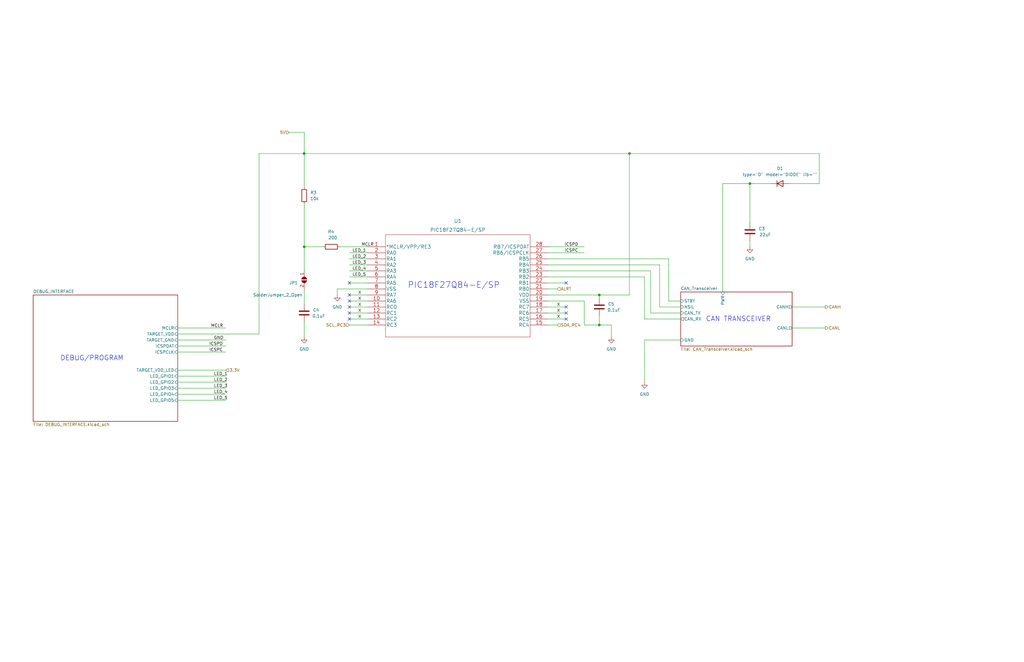
<source format=kicad_sch>
(kicad_sch (version 20211123) (generator eeschema)
  (paper "B")
  (title_block (title "ColodaroCUBE Payloads") (date "2022-01-26"))
  (lib_symbols
    (symbol "2022-01-25_01-41-04:PIC18F27Q84-E{slash}SP" (pin_names (offset 0.254))
      (property "Reference" "U" (at 38.1 10.16 0))
      (property "Value" "PIC18F27Q84-E{slash}SP" (at 38.1 7.62 0))
      (symbol "PIC18F27Q84-E{slash}SP_1_1"
        (polyline (pts (xy 7.62 -38.1) (xy 68.58 -38.1)) (stroke (width 0.127)))
        (polyline (pts (xy 7.62 5.08) (xy 7.62 -38.1)) (stroke (width 0.127)))
        (polyline (pts (xy 68.58 -38.1) (xy 68.58 5.08)) (stroke (width 0.127)))
        (polyline (pts (xy 68.58 5.08) (xy 7.62 5.08)) (stroke (width 0.127)))
        (pin bidirectional line (at 0 0 0) (length 7.62) (name "*MCLR/VPP/RE3") (number "1"))
        (pin bidirectional line (at 0 -22.86 0) (length 7.62) (name "RA6") (number "10"))
        (pin bidirectional line (at 0 -25.4 0) (length 7.62) (name "RC0") (number "11"))
        (pin bidirectional line (at 0 -27.94 0) (length 7.62) (name "RC1") (number "12"))
        (pin bidirectional line (at 0 -30.48 0) (length 7.62) (name "RC2") (number "13"))
        (pin bidirectional line (at 0 -33.02 0) (length 7.62) (name "RC3") (number "14"))
        (pin bidirectional line (at 76.2 -33.02 180) (length 7.62) (name "RC4") (number "15"))
        (pin bidirectional line (at 76.2 -30.48 180) (length 7.62) (name "RC5") (number "16"))
        (pin bidirectional line (at 76.2 -27.94 180) (length 7.62) (name "RC6") (number "17"))
        (pin bidirectional line (at 76.2 -25.4 180) (length 7.62) (name "RC7") (number "18"))
        (pin power_in line (at 76.2 -22.86 180) (length 7.62) (name "VSS") (number "19"))
        (pin bidirectional line (at 0 -2.54 0) (length 7.62) (name "RA0") (number "2"))
        (pin power_in line (at 76.2 -20.32 180) (length 7.62) (name "VDD") (number "20"))
        (pin bidirectional line (at 76.2 -17.78 180) (length 7.62) (name "RB0") (number "21"))
        (pin bidirectional line (at 76.2 -15.24 180) (length 7.62) (name "RB1") (number "22"))
        (pin bidirectional line (at 76.2 -12.7 180) (length 7.62) (name "RB2") (number "23"))
        (pin bidirectional line (at 76.2 -10.16 180) (length 7.62) (name "RB3") (number "24"))
        (pin bidirectional line (at 76.2 -7.62 180) (length 7.62) (name "RB4") (number "25"))
        (pin bidirectional line (at 76.2 -5.08 180) (length 7.62) (name "RB5") (number "26"))
        (pin bidirectional line (at 76.2 -2.54 180) (length 7.62) (name "RB6/ICSPCLK") (number "27"))
        (pin bidirectional line (at 76.2 0 180) (length 7.62) (name "RB7/ICSPDAT") (number "28"))
        (pin bidirectional line (at 0 -5.08 0) (length 7.62) (name "RA1") (number "3"))
        (pin bidirectional line (at 0 -7.62 0) (length 7.62) (name "RA2") (number "4"))
        (pin bidirectional line (at 0 -10.16 0) (length 7.62) (name "RA3") (number "5"))
        (pin bidirectional line (at 0 -12.7 0) (length 7.62) (name "RA4") (number "6"))
        (pin bidirectional line (at 0 -15.24 0) (length 7.62) (name "RA5") (number "7"))
        (pin power_in line (at 0 -17.78 0) (length 7.62) (name "VSS") (number "8"))
        (pin bidirectional line (at 0 -20.32 0) (length 7.62) (name "RA7") (number "9"))
      )
    )
    (symbol "Device:C" (pin_numbers hide) (pin_names (offset 0.254))
      (property "Reference" "C" (at 0.635 2.54 0))
      (property "Value" "C" (at 0.635 -2.54 0))
      (symbol "C_0_1"
        (polyline (pts (xy -2.032 -0.762) (xy 2.032 -0.762)) (stroke (width 0.508)))
        (polyline (pts (xy -2.032 0.762) (xy 2.032 0.762)) (stroke (width 0.508)))
      )
      (symbol "C_1_1"
        (pin passive line (at 0 3.81 270) (length 2.794) (name "~") (number "1"))
        (pin passive line (at 0 -3.81 90) (length 2.794) (name "~") (number "2"))
      )
    )
    (symbol "Device:R" (pin_numbers hide) (pin_names (offset 0))
      (property "Reference" "R" (at 2.032 0 90))
      (property "Value" "R" (at 0 0 90))
      (symbol "R_0_1"
        (rectangle (start -1.016 -2.54) (end 1.016 2.54) (stroke (width 0.254)))
      )
      (symbol "R_1_1"
        (pin passive line (at 0 3.81 270) (length 1.27) (name "~") (number "1"))
        (pin passive line (at 0 -3.81 90) (length 1.27) (name "~") (number "2"))
      )
    )
    (symbol "Jumper:SolderJumper_2_Open" (pin_names (offset 0) hide)
      (property "Reference" "JP" (at 0 2.032 0))
      (property "Value" "SolderJumper_2_Open" (at 0 -2.54 0))
      (symbol "SolderJumper_2_Open_0_1"
        (arc (start -0.254 1.016) (mid -1.27 0) (end -0.254 -1.016))
        (arc (start -0.254 1.016) (mid -1.27 0) (end -0.254 -1.016) (fill (type outline)))
        (polyline (pts (xy -0.254 1.016) (xy -0.254 -1.016)))
        (polyline (pts (xy 0.254 1.016) (xy 0.254 -1.016)))
        (arc (start 0.254 -1.016) (mid 1.27 0) (end 0.254 1.016))
        (arc (start 0.254 -1.016) (mid 1.27 0) (end 0.254 1.016) (fill (type outline)))
      )
      (symbol "SolderJumper_2_Open_1_1"
        (pin passive line (at -3.81 0 0) (length 2.54) (name "A") (number "1"))
        (pin passive line (at 3.81 0 180) (length 2.54) (name "B") (number "2"))
      )
    )
    (symbol "Simulation_SPICE:DIODE" (pin_numbers hide) (pin_names (offset 1.016) hide)
      (property "Reference" "D" (at 0 2.54 0))
      (property "Value" "DIODE" (at 0 -2.54 0))
      (symbol "DIODE_0_1"
        (polyline (pts (xy 1.27 0) (xy -1.27 0)))
        (polyline (pts (xy 1.27 1.27) (xy 1.27 -1.27)) (stroke (width 0.254)))
        (polyline (pts (xy -1.27 -1.27) (xy -1.27 1.27) (xy 1.27 0) (xy -1.27 -1.27)) (stroke (width 0.254)))
      )
      (symbol "DIODE_1_1"
        (pin passive line (at -3.81 0 0) (length 2.54) (name "A") (number "1"))
        (pin passive line (at 3.81 0 180) (length 2.54) (name "K") (number "2"))
      )
    )
    (symbol "power:GND" (power) (pin_names (offset 0))
      (property "Value" "GND" (at 0 -3.81 0))
      (symbol "GND_0_1"
        (polyline (pts (xy 0 0) (xy 0 -1.27) (xy 1.27 -1.27) (xy 0 -2.54) (xy -1.27 -1.27) (xy 0 -1.27)))
      )
      (symbol "GND_1_1"
        (pin power_in line (at 0 0 270) (length 0) hide (name "GND") (number "1"))
      )
    )
  )
  (junction (at 316.23 77.47))
  (junction (at 265.43 64.77))
  (junction (at 128.27 104.14))
  (junction (at 252.73 137.16))
  (junction (at 252.73 124.46))
  (junction (at 128.27 64.77))
  (no_connect (at 147.32 132.08))
  (no_connect (at 147.32 134.62))
  (no_connect (at 238.76 129.54))
  (no_connect (at 238.76 132.08))
  (no_connect (at 238.76 134.62))
  (no_connect (at 238.76 119.38))
  (no_connect (at 147.32 119.38))
  (no_connect (at 147.32 124.46))
  (no_connect (at 147.32 127))
  (no_connect (at 147.32 129.54))
  (wire (pts (xy 128.27 135.89) (xy 128.27 142.24)))
  (wire (pts (xy 278.13 111.76) (xy 278.13 129.54)))
  (wire (pts (xy 74.93 148.59) (xy 95.25 148.59)))
  (wire (pts (xy 147.32 132.08) (xy 154.94 132.08)))
  (wire (pts (xy 147.32 127) (xy 154.94 127)))
  (wire (pts (xy 74.93 156.21) (xy 95.25 156.21)))
  (wire (pts (xy 121.92 55.88) (xy 128.27 55.88)))
  (wire (pts (xy 143.51 104.14) (xy 154.94 104.14)))
  (wire (pts (xy 231.14 104.14) (xy 246.38 104.14)))
  (wire (pts (xy 271.78 134.62) (xy 271.78 116.84)))
  (wire (pts (xy 74.93 146.05) (xy 95.25 146.05)))
  (wire (pts (xy 147.32 116.84) (xy 154.94 116.84)))
  (wire (pts (xy 265.43 64.77) (xy 128.27 64.77)))
  (wire (pts (xy 128.27 55.88) (xy 128.27 64.77)))
  (wire (pts (xy 231.14 121.92) (xy 234.95 121.92)))
  (wire (pts (xy 74.93 158.75) (xy 95.25 158.75)))
  (wire (pts (xy 271.78 116.84) (xy 231.14 116.84)))
  (wire (pts (xy 128.27 64.77) (xy 128.27 78.74)))
  (wire (pts (xy 287.02 132.08) (xy 274.32 132.08)))
  (wire (pts (xy 231.14 119.38) (xy 238.76 119.38)))
  (wire (pts (xy 231.14 106.68) (xy 246.38 106.68)))
  (wire (pts (xy 74.93 163.83) (xy 95.25 163.83)))
  (wire (pts (xy 74.93 166.37) (xy 95.25 166.37)))
  (wire (pts (xy 281.94 109.22) (xy 281.94 127)))
  (wire (pts (xy 281.94 127) (xy 287.02 127)))
  (wire (pts (xy 147.32 114.3) (xy 154.94 114.3)))
  (wire (pts (xy 128.27 86.36) (xy 128.27 104.14)))
  (wire (pts (xy 316.23 101.6) (xy 316.23 104.14)))
  (wire (pts (xy 304.8 77.47) (xy 316.23 77.47)))
  (wire (pts (xy 257.81 137.16) (xy 252.73 137.16)))
  (wire (pts (xy 231.14 129.54) (xy 238.76 129.54)))
  (wire (pts (xy 246.38 137.16) (xy 252.73 137.16)))
  (wire (pts (xy 74.93 138.43) (xy 95.25 138.43)))
  (wire (pts (xy 231.14 137.16) (xy 234.95 137.16)))
  (wire (pts (xy 147.32 124.46) (xy 154.94 124.46)))
  (wire (pts (xy 147.32 134.62) (xy 154.94 134.62)))
  (wire (pts (xy 142.24 121.92) (xy 142.24 124.46)))
  (wire (pts (xy 231.14 134.62) (xy 238.76 134.62)))
  (wire (pts (xy 231.14 127) (xy 246.38 127)))
  (wire (pts (xy 246.38 127) (xy 246.38 137.16)))
  (wire (pts (xy 128.27 104.14) (xy 135.89 104.14)))
  (wire (pts (xy 147.32 129.54) (xy 154.94 129.54)))
  (wire (pts (xy 231.14 109.22) (xy 281.94 109.22)))
  (wire (pts (xy 231.14 114.3) (xy 274.32 114.3)))
  (wire (pts (xy 274.32 132.08) (xy 274.32 114.3)))
  (wire (pts (xy 334.01 138.43) (xy 347.98 138.43)))
  (wire (pts (xy 74.93 143.51) (xy 95.25 143.51)))
  (wire (pts (xy 334.01 129.54) (xy 347.98 129.54)))
  (wire (pts (xy 265.43 64.77) (xy 265.43 124.46)))
  (wire (pts (xy 304.8 77.47) (xy 304.8 123.19)))
  (wire (pts (xy 128.27 121.92) (xy 128.27 128.27)))
  (wire (pts (xy 278.13 129.54) (xy 287.02 129.54)))
  (wire (pts (xy 316.23 77.47) (xy 325.12 77.47)))
  (wire (pts (xy 74.93 168.91) (xy 95.25 168.91)))
  (wire (pts (xy 147.32 109.22) (xy 154.94 109.22)))
  (wire (pts (xy 332.74 77.47) (xy 345.44 77.47)))
  (wire (pts (xy 231.14 132.08) (xy 238.76 132.08)))
  (wire (pts (xy 252.73 124.46) (xy 252.73 125.73)))
  (wire (pts (xy 74.93 140.97) (xy 109.22 140.97)))
  (wire (pts (xy 109.22 64.77) (xy 128.27 64.77)))
  (wire (pts (xy 147.32 106.68) (xy 154.94 106.68)))
  (wire (pts (xy 257.81 137.16) (xy 257.81 142.24)))
  (wire (pts (xy 142.24 121.92) (xy 154.94 121.92)))
  (wire (pts (xy 271.78 143.51) (xy 271.78 161.29)))
  (wire (pts (xy 316.23 77.47) (xy 316.23 93.98)))
  (wire (pts (xy 252.73 133.35) (xy 252.73 137.16)))
  (wire (pts (xy 231.14 111.76) (xy 278.13 111.76)))
  (wire (pts (xy 231.14 124.46) (xy 252.73 124.46)))
  (wire (pts (xy 345.44 77.47) (xy 345.44 64.77)))
  (wire (pts (xy 345.44 64.77) (xy 265.43 64.77)))
  (wire (pts (xy 147.32 137.16) (xy 154.94 137.16)))
  (wire (pts (xy 252.73 124.46) (xy 265.43 124.46)))
  (wire (pts (xy 147.32 119.38) (xy 154.94 119.38)))
  (wire (pts (xy 287.02 134.62) (xy 271.78 134.62)))
  (wire (pts (xy 271.78 143.51) (xy 287.02 143.51)))
  (wire (pts (xy 147.32 111.76) (xy 154.94 111.76)))
  (wire (pts (xy 74.93 161.29) (xy 95.25 161.29)))
  (wire (pts (xy 128.27 104.14) (xy 128.27 114.3)))
  (wire (pts (xy 109.22 140.97) (xy 109.22 64.77)))
  (text "PIC18F27Q84-E/SP" (at 210.82 121.92 180) (effects (font (size 2.54 2.54)) (justify right bottom)))
  (text "DEBUG/PROGRAM" (at 25.4 152.4 0) (effects (font (size 2.032 2.032)) (justify left bottom)))
  (text "CAN TRANSCEIVER" (at 325.12 135.89 180) (effects (font (size 2.032 2.032)) (justify right bottom)))
  (label "X" (at 236.22 134.62 180))
  (label "LED_1" (at 148.59 106.68 0))
  (label "X" (at 236.22 129.54 180))
  (label "LED_3" (at 148.59 111.76 0))
  (label "GND" (at 90.17 143.51 0))
  (label "MCLR" (at 152.4 104.14 0))
  (label "X" (at 152.4 127 180))
  (label "ICSPD" (at 93.98 146.05 180))
  (label "LED_4" (at 148.59 114.3 0))
  (label "ICSPC" (at 93.98 148.59 180))
  (label "LED_2" (at 148.59 109.22 0))
  (label "X" (at 152.4 129.54 180))
  (label "X" (at 152.4 134.62 180))
  (label "MCLR" (at 88.9 138.43 0))
  (label "X" (at 152.4 124.46 180))
  (label "LED_1" (at 90.17 158.75 0))
  (label "X" (at 152.4 132.08 180))
  (label "ICSPC" (at 243.84 106.68 180))
  (label "LED_5" (at 148.59 116.84 0))
  (label "LED_5" (at 90.17 168.91 0))
  (label "LED_4" (at 90.17 166.37 0))
  (label "X" (at 236.22 132.08 180))
  (label "LED_2" (at 90.17 161.29 0))
  (label "LED_3" (at 90.17 163.83 0))
  (label "ICSPD" (at 243.84 104.14 180))
  (hierarchical_label "CANH" (shape output) (at 347.98 129.54 0))
  (hierarchical_label "5V" (shape input) (at 121.92 55.88 180))
  (hierarchical_label "SDA_RC4" (shape input) (at 234.95 137.16 0))
  (hierarchical_label "ALRT" (shape input) (at 234.95 121.92 0))
  (hierarchical_label "CANL" (shape output) (at 347.98 138.43 0))
  (hierarchical_label "SCL_RC3" (shape input) (at 147.32 137.16 180))
  (hierarchical_label "3.3V" (shape input) (at 95.25 156.21 0))
  (symbol (lib_id "power:GND") (at 142.24 124.46 0) (unit 1)
    (property "Reference" "#PWR0102" (effects hide))
    (property "Value" "GND" (at 142.24 129.54 0))
  )
  (symbol (lib_id "2022-01-25_01-41-04:PIC18F27Q84-E{slash}SP") (at 154.94 104.14 0) (unit 1)
    (property "Reference" "U1" (at 193.04 93.218 0) (effects (font (size 1.524 1.524))))
    (property "Value" "PIC18F27Q84-E/SP" (at 193.04 97.028 0) (effects (font (size 1.524 1.524))))
    (property "Footprint" "footprints:PIC18F27Q84-E&slash_SP" (effects hide))
  )
  (symbol (lib_id "power:GND") (at 316.23 104.14 0) (unit 1)
    (property "Reference" "#PWR02" (effects hide))
    (property "Value" "GND" (at 316.23 109.22 0))
  )
  (symbol (lib_id "Device:R") (at 139.7 104.14 90) (unit 1)
    (property "Reference" "R4" (at 140.97 97.79 90) (effects (justify left)))
    (property "Value" "200" (at 142.24 100.33 90) (effects (justify left)))
    (property "Footprint" "Resistor_SMD:R_0603_1608Metric_Pad0.98x0.95mm_HandSolder" (effects hide))
  )
  (symbol (lib_id "Simulation_SPICE:DIODE") (at 328.93 77.47 180) (unit 1)
    (property "Reference" "D1" (at 328.93 71.12 0))
    (property "Value" "DIODE" (at 328.93 73.66 0))
    (property "Footprint" "Diode_SMD:D_0805_2012Metric_Pad1.15x1.40mm_HandSolder" (effects hide))
    (property "Spice_Netlist_Enabled" "Y" (effects hide))
    (property "Spice_Primitive" "D" (effects hide))
  )
  (symbol (lib_id "power:GND") (at 128.27 142.24 0) (unit 1)
    (property "Reference" "#PWR01" (effects hide))
    (property "Value" "GND" (at 128.27 147.32 0))
  )
  (symbol (lib_id "Device:C") (at 316.23 97.79 180) (unit 1)
    (property "Reference" "C3" (at 322.58 96.52 0) (effects (justify left)))
    (property "Value" "22uF" (at 325.12 99.06 0) (effects (justify left)))
    (property "Footprint" "Capacitor_SMD:C_0603_1608Metric_Pad1.08x0.95mm_HandSolder" (effects hide))
    (property "Voltage" "25V" (effects hide))
    (property "Mfr. #" "CL10B104KA8NNNC" (effects hide))
    (property "Order" "https://www.digikey.com/product-detail/en/samsung-electro-mechanics/CL10B104KA8NNNC/1276-1006-1-ND/3889092" (effects hide))
  )
  (symbol (lib_id "power:GND") (at 257.81 142.24 0) (unit 1)
    (property "Reference" "#PWR03" (effects hide))
    (property "Value" "GND" (at 257.81 147.32 0))
  )
  (symbol (lib_id "Device:C") (at 128.27 132.08 180) (unit 1)
    (property "Reference" "C4" (at 134.62 130.81 0) (effects (justify left)))
    (property "Value" "0.1uF" (at 137.16 133.35 0) (effects (justify left)))
    (property "Footprint" "Capacitor_SMD:C_0603_1608Metric_Pad1.08x0.95mm_HandSolder" (effects hide))
    (property "Voltage" "25V" (effects hide))
    (property "Mfr. #" "CL10B104KA8NNNC" (effects hide))
    (property "Order" "https://www.digikey.com/product-detail/en/samsung-electro-mechanics/CL10B104KA8NNNC/1276-1006-1-ND/3889092" (effects hide))
  )
  (symbol (lib_id "power:GND") (at 271.78 161.29 0) (unit 1)
    (property "Reference" "#PWR0101" (effects hide))
    (property "Value" "GND" (at 271.78 166.37 0))
  )
  (symbol (lib_id "Device:R") (at 128.27 82.55 0) (unit 1)
    (property "Reference" "R3" (at 130.81 81.2799 0) (effects (justify left)))
    (property "Value" "10k" (at 130.81 83.8199 0) (effects (justify left)))
    (property "Footprint" "Resistor_SMD:R_0603_1608Metric_Pad0.98x0.95mm_HandSolder" (effects hide))
  )
  (symbol (lib_id "Device:C") (at 252.73 129.54 180) (unit 1)
    (property "Reference" "C5" (at 259.08 128.27 0) (effects (justify left)))
    (property "Value" "0.1uF" (at 261.62 130.81 0) (effects (justify left)))
    (property "Footprint" "Capacitor_SMD:C_0603_1608Metric_Pad1.08x0.95mm_HandSolder" (effects hide))
    (property "Voltage" "25V" (effects hide))
    (property "Mfr. #" "CL10B104KA8NNNC" (effects hide))
    (property "Order" "https://www.digikey.com/product-detail/en/samsung-electro-mechanics/CL10B104KA8NNNC/1276-1006-1-ND/3889092" (effects hide))
  )
  (symbol (lib_id "Jumper:SolderJumper_2_Open") (at 128.27 118.11 270) (unit 1)
    (property "Reference" "JP1" (at 121.92 119.38 90) (effects (justify left)))
    (property "Value" "SolderJumper_2_Open" (at 106.68 124.46 90) (effects (justify left)))
    (property "Footprint" "Jumper:SolderJumper-2_P1.3mm_Bridged2Bar_Pad1.0x1.5mm" (effects hide))
  )
  (sheet (at 13.97 124.46) (size 60.96 53.34) (stroke (width 0.1524))
    (property "Sheet name" "DEBUG_INTERFACE" (at 13.97 123.7484 0) (effects (justify left bottom)))
    (property "Sheet file" "DEBUG_INTERFACE.kicad_sch" (at 13.97 178.3846 0) (effects (justify left top)))
    (pin "TARGET_VDD" input (at 74.93 140.97 0))
    (pin "ICSPDAT" input (at 74.93 146.05 0))
    (pin "MCLR" input (at 74.93 138.43 0))
    (pin "ICSPCLK" input (at 74.93 148.59 0))
    (pin "LED_GPIO3" input (at 74.93 163.83 0))
    (pin "LED_GPIO1" input (at 74.93 158.75 0))
    (pin "LED_GPIO2" input (at 74.93 161.29 0))
    (pin "LED_GPIO5" input (at 74.93 168.91 0))
    (pin "LED_GPIO4" input (at 74.93 166.37 0))
    (pin "TARGET_GND" input (at 74.93 143.51 0))
    (pin "TARGET_VDD_LED" input (at 74.93 156.21 0))
  )
  (sheet (at 287.02 123.19) (size 46.99 22.86) (stroke (width 0.1524))
    (property "Sheet name" "CAN_Transceiver" (at 287.02 122.4784 0) (effects (justify left bottom)))
    (property "Sheet file" "CAN_Transceiver.kicad_sch" (at 287.02 146.6346 0) (effects (justify left top)))
    (pin "CANL" output (at 334.01 138.43 0))
    (pin "CANH" output (at 334.01 129.54 0))
    (pin "GND" input (at 287.02 143.51 180))
    (pin "NSIL" input (at 287.02 129.54 180))
    (pin "CAN_RX" output (at 287.02 134.62 180))
    (pin "STBY" input (at 287.02 127 180))
    (pin "CAN_TX" input (at 287.02 132.08 180))
    (pin "PWR" input (at 304.8 123.19 90))
  )
)
</source>
